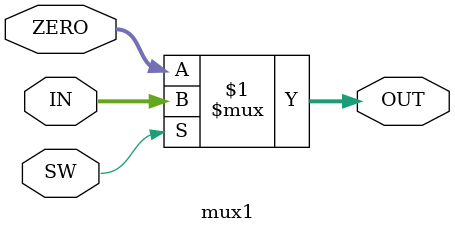
<source format=v>
`timescale 1ns / 1ps


module mux1(input SW, input [11:0] ZERO, IN, output [11:0] OUT);
    
    assign OUT = SW ? IN : ZERO; 

endmodule

</source>
